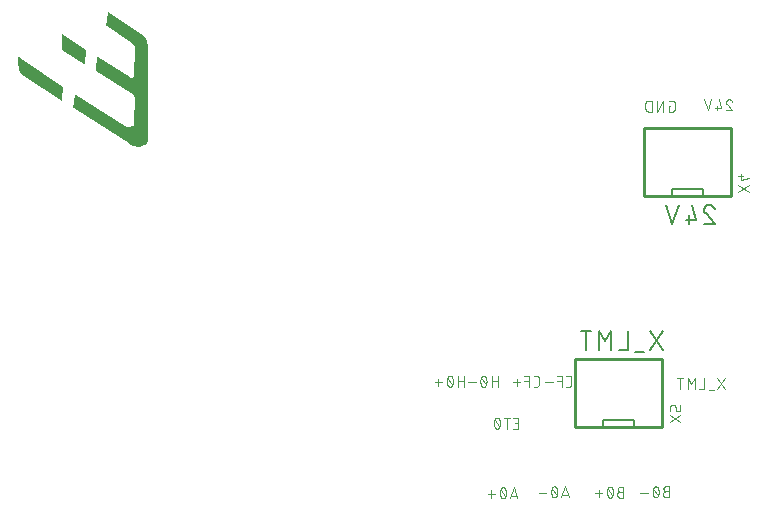
<source format=gbo>
G04 EAGLE Gerber RS-274X export*
G75*
%MOMM*%
%FSLAX34Y34*%
%LPD*%
%INSilkscreen Bottom*%
%IPPOS*%
%AMOC8*
5,1,8,0,0,1.08239X$1,22.5*%
G01*
%ADD10C,0.152400*%
%ADD11C,0.076200*%
%ADD12C,0.254000*%
%ADD13C,0.200000*%
%ADD14C,0.101600*%

G36*
X241588Y498340D02*
X241588Y498340D01*
X241616Y498348D01*
X241656Y498349D01*
X243478Y498765D01*
X243504Y498777D01*
X243543Y498786D01*
X245260Y499523D01*
X245263Y499525D01*
X245267Y499526D01*
X246230Y499962D01*
X246256Y499982D01*
X246300Y500003D01*
X247147Y500635D01*
X247169Y500661D01*
X247207Y500691D01*
X247899Y501490D01*
X247915Y501519D01*
X247946Y501557D01*
X248451Y502485D01*
X248460Y502518D01*
X248482Y502561D01*
X248777Y503576D01*
X248779Y503605D01*
X248791Y503709D01*
X248767Y504056D01*
X248771Y504082D01*
X248783Y504105D01*
X248782Y504140D01*
X248792Y504191D01*
X248538Y583435D01*
X248551Y584950D01*
X248545Y584974D01*
X248547Y585006D01*
X248336Y586507D01*
X248328Y586527D01*
X248327Y586546D01*
X248325Y586550D01*
X248324Y586562D01*
X247893Y588015D01*
X247881Y588036D01*
X247873Y588067D01*
X247233Y589441D01*
X247215Y589464D01*
X247198Y589500D01*
X246009Y591176D01*
X245989Y591194D01*
X245968Y591225D01*
X244515Y592678D01*
X244492Y592693D01*
X244466Y592719D01*
X242790Y593908D01*
X242784Y593910D01*
X242779Y593916D01*
X215347Y611950D01*
X215294Y611969D01*
X215245Y611997D01*
X215214Y611999D01*
X215184Y612009D01*
X215128Y612003D01*
X215072Y612006D01*
X215043Y611994D01*
X215012Y611991D01*
X214964Y611960D01*
X214912Y611938D01*
X214892Y611914D01*
X214866Y611898D01*
X214837Y611849D01*
X214800Y611806D01*
X214790Y611772D01*
X214776Y611749D01*
X214773Y611715D01*
X214759Y611667D01*
X213743Y600745D01*
X213750Y600701D01*
X213746Y600656D01*
X213761Y600616D01*
X213767Y600574D01*
X213792Y600536D01*
X213809Y600495D01*
X213845Y600459D01*
X213864Y600430D01*
X213887Y600417D01*
X213912Y600393D01*
X234979Y586433D01*
X236019Y585593D01*
X236872Y584586D01*
X237521Y583438D01*
X237944Y582188D01*
X238125Y580878D01*
X237365Y558329D01*
X237293Y557880D01*
X237122Y557486D01*
X236858Y557146D01*
X236518Y556882D01*
X236124Y556711D01*
X235693Y556642D01*
X235065Y556679D01*
X234448Y556833D01*
X233862Y557103D01*
X206706Y574361D01*
X206659Y574377D01*
X206617Y574402D01*
X206579Y574405D01*
X206542Y574418D01*
X206493Y574412D01*
X206444Y574416D01*
X206409Y574402D01*
X206370Y574397D01*
X206329Y574370D01*
X206284Y574351D01*
X206258Y574323D01*
X206226Y574301D01*
X206201Y574259D01*
X206168Y574222D01*
X206155Y574179D01*
X206139Y574152D01*
X206137Y574122D01*
X206124Y574084D01*
X204854Y563162D01*
X204860Y563110D01*
X204857Y563058D01*
X204870Y563025D01*
X204874Y562990D01*
X204902Y562946D01*
X204922Y562897D01*
X204952Y562869D01*
X204968Y562844D01*
X204995Y562828D01*
X205028Y562797D01*
X234478Y544010D01*
X235805Y543001D01*
X236935Y541801D01*
X237297Y541238D01*
X237536Y540617D01*
X237645Y539960D01*
X237618Y539257D01*
X237619Y539254D01*
X237618Y539251D01*
X237110Y518169D01*
X237110Y518168D01*
X237110Y518167D01*
X237099Y517564D01*
X236944Y517034D01*
X236655Y516564D01*
X236255Y516190D01*
X235220Y515680D01*
X235049Y515595D01*
X233740Y515186D01*
X232406Y514988D01*
X231337Y515124D01*
X230288Y515447D01*
X229296Y515951D01*
X187656Y542357D01*
X187609Y542373D01*
X187567Y542398D01*
X187529Y542401D01*
X187492Y542414D01*
X187443Y542408D01*
X187394Y542412D01*
X187359Y542397D01*
X187320Y542393D01*
X187279Y542366D01*
X187234Y542347D01*
X187208Y542318D01*
X187176Y542297D01*
X187151Y542255D01*
X187118Y542218D01*
X187104Y542175D01*
X187088Y542147D01*
X187086Y542118D01*
X187074Y542080D01*
X185804Y531158D01*
X185810Y531105D01*
X185807Y531052D01*
X185820Y531020D01*
X185824Y530986D01*
X185853Y530941D01*
X185873Y530892D01*
X185902Y530865D01*
X185918Y530840D01*
X185945Y530824D01*
X185978Y530793D01*
X232425Y501351D01*
X232649Y501127D01*
X232699Y501096D01*
X232744Y501058D01*
X232772Y501051D01*
X232796Y501036D01*
X232855Y501030D01*
X232890Y501021D01*
X234221Y500071D01*
X234240Y500063D01*
X234260Y500046D01*
X235899Y499150D01*
X235927Y499142D01*
X235962Y499122D01*
X237735Y498536D01*
X237765Y498533D01*
X237802Y498520D01*
X239653Y498263D01*
X239682Y498266D01*
X239722Y498260D01*
X241588Y498340D01*
G37*
G36*
X176038Y537347D02*
X176038Y537347D01*
X176097Y537345D01*
X176123Y537357D01*
X176151Y537360D01*
X176201Y537393D01*
X176255Y537417D01*
X176272Y537439D01*
X176296Y537455D01*
X176326Y537506D01*
X176364Y537552D01*
X176372Y537583D01*
X176385Y537604D01*
X176387Y537639D01*
X176401Y537692D01*
X177163Y548614D01*
X177157Y548654D01*
X177160Y548695D01*
X177143Y548738D01*
X177136Y548785D01*
X177112Y548818D01*
X177097Y548856D01*
X177056Y548896D01*
X177035Y548926D01*
X177015Y548936D01*
X176993Y548957D01*
X142713Y571557D01*
X139674Y573836D01*
X139597Y573870D01*
X139518Y573905D01*
X139517Y573905D01*
X139516Y573906D01*
X139431Y573902D01*
X139345Y573899D01*
X139344Y573898D01*
X139342Y573898D01*
X139267Y573856D01*
X139193Y573816D01*
X139192Y573815D01*
X139191Y573814D01*
X139141Y573742D01*
X139093Y573674D01*
X139093Y573673D01*
X139092Y573671D01*
X139090Y573659D01*
X139066Y573532D01*
X139066Y567690D01*
X139069Y567675D01*
X139067Y567657D01*
X139251Y565578D01*
X139260Y565551D01*
X139263Y565512D01*
X139300Y565376D01*
X139300Y565375D01*
X139403Y564995D01*
X139506Y564615D01*
X139609Y564235D01*
X139712Y563855D01*
X139809Y563498D01*
X139819Y563478D01*
X139820Y563474D01*
X139824Y563466D01*
X139832Y563435D01*
X140723Y561548D01*
X140741Y561525D01*
X140757Y561490D01*
X141966Y559789D01*
X141987Y559770D01*
X142009Y559738D01*
X143497Y558275D01*
X143525Y558258D01*
X143558Y558227D01*
X175816Y537399D01*
X175872Y537379D01*
X175924Y537351D01*
X175952Y537350D01*
X175979Y537340D01*
X176038Y537347D01*
G37*
G36*
X195079Y568334D02*
X195079Y568334D01*
X195132Y568330D01*
X195164Y568344D01*
X195198Y568347D01*
X195243Y568376D01*
X195292Y568396D01*
X195315Y568422D01*
X195344Y568440D01*
X195372Y568486D01*
X195407Y568526D01*
X195419Y568564D01*
X195434Y568589D01*
X195436Y568621D01*
X195450Y568664D01*
X196720Y580094D01*
X196714Y580144D01*
X196718Y580194D01*
X196704Y580229D01*
X196699Y580266D01*
X196672Y580308D01*
X196653Y580355D01*
X196621Y580385D01*
X196605Y580411D01*
X196579Y580426D01*
X196548Y580455D01*
X176482Y593409D01*
X176411Y593435D01*
X176341Y593465D01*
X176330Y593464D01*
X176319Y593468D01*
X176244Y593459D01*
X176168Y593455D01*
X176158Y593449D01*
X176147Y593448D01*
X176083Y593406D01*
X176017Y593369D01*
X176011Y593359D01*
X176002Y593353D01*
X175963Y593288D01*
X175920Y593225D01*
X175918Y593213D01*
X175913Y593204D01*
X175911Y593167D01*
X175896Y593082D01*
X176150Y580890D01*
X176156Y580867D01*
X176154Y580843D01*
X176177Y580784D01*
X176193Y580722D01*
X176209Y580704D01*
X176217Y580682D01*
X176283Y580618D01*
X176306Y580591D01*
X176314Y580588D01*
X176321Y580580D01*
X194863Y568388D01*
X194913Y568370D01*
X194959Y568343D01*
X194993Y568341D01*
X195026Y568329D01*
X195079Y568334D01*
G37*
D10*
X684530Y326390D02*
X673693Y342646D01*
X684530Y342646D02*
X673693Y326390D01*
X668656Y324584D02*
X661431Y324584D01*
X654940Y326390D02*
X654940Y342646D01*
X654940Y326390D02*
X647715Y326390D01*
X641284Y326390D02*
X641284Y342646D01*
X635865Y333615D01*
X630446Y342646D01*
X630446Y326390D01*
X619713Y326390D02*
X619713Y342646D01*
X624228Y342646D02*
X615197Y342646D01*
X719695Y445008D02*
X719697Y445133D01*
X719703Y445258D01*
X719712Y445383D01*
X719726Y445507D01*
X719743Y445631D01*
X719764Y445755D01*
X719789Y445877D01*
X719818Y445999D01*
X719850Y446120D01*
X719886Y446240D01*
X719926Y446359D01*
X719969Y446476D01*
X720016Y446592D01*
X720067Y446707D01*
X720121Y446819D01*
X720179Y446931D01*
X720239Y447040D01*
X720304Y447147D01*
X720371Y447253D01*
X720442Y447356D01*
X720516Y447457D01*
X720593Y447556D01*
X720673Y447652D01*
X720756Y447746D01*
X720841Y447837D01*
X720930Y447926D01*
X721021Y448011D01*
X721115Y448094D01*
X721211Y448174D01*
X721310Y448251D01*
X721411Y448325D01*
X721514Y448396D01*
X721620Y448463D01*
X721727Y448528D01*
X721836Y448588D01*
X721948Y448646D01*
X722060Y448700D01*
X722175Y448751D01*
X722291Y448798D01*
X722408Y448841D01*
X722527Y448881D01*
X722647Y448917D01*
X722768Y448949D01*
X722890Y448978D01*
X723012Y449003D01*
X723136Y449024D01*
X723260Y449041D01*
X723384Y449055D01*
X723509Y449064D01*
X723634Y449070D01*
X723759Y449072D01*
X723902Y449070D01*
X724044Y449064D01*
X724187Y449054D01*
X724329Y449041D01*
X724470Y449023D01*
X724612Y449002D01*
X724752Y448977D01*
X724892Y448948D01*
X725031Y448915D01*
X725169Y448878D01*
X725306Y448838D01*
X725441Y448794D01*
X725576Y448746D01*
X725709Y448694D01*
X725841Y448639D01*
X725971Y448580D01*
X726099Y448518D01*
X726226Y448452D01*
X726351Y448383D01*
X726474Y448311D01*
X726595Y448235D01*
X726713Y448156D01*
X726830Y448073D01*
X726944Y447988D01*
X727056Y447899D01*
X727165Y447808D01*
X727272Y447713D01*
X727377Y447616D01*
X727478Y447515D01*
X727577Y447412D01*
X727673Y447307D01*
X727766Y447198D01*
X727856Y447087D01*
X727943Y446974D01*
X728027Y446859D01*
X728107Y446741D01*
X728185Y446621D01*
X728259Y446499D01*
X728329Y446375D01*
X728397Y446249D01*
X728460Y446121D01*
X728521Y445992D01*
X728578Y445861D01*
X728631Y445729D01*
X728680Y445595D01*
X728726Y445460D01*
X721050Y441847D02*
X720956Y441939D01*
X720866Y442033D01*
X720778Y442130D01*
X720693Y442230D01*
X720611Y442332D01*
X720532Y442437D01*
X720457Y442544D01*
X720385Y442653D01*
X720316Y442764D01*
X720250Y442878D01*
X720188Y442993D01*
X720129Y443110D01*
X720074Y443229D01*
X720023Y443349D01*
X719975Y443471D01*
X719930Y443594D01*
X719890Y443718D01*
X719853Y443844D01*
X719820Y443971D01*
X719791Y444098D01*
X719765Y444227D01*
X719744Y444356D01*
X719726Y444486D01*
X719713Y444616D01*
X719703Y444746D01*
X719697Y444877D01*
X719695Y445008D01*
X721050Y441847D02*
X728726Y432816D01*
X719695Y432816D01*
X713095Y436428D02*
X709482Y449072D01*
X713095Y436428D02*
X704064Y436428D01*
X706773Y440041D02*
X706773Y432816D01*
X692948Y432816D02*
X698367Y449072D01*
X687529Y449072D02*
X692948Y432816D01*
D11*
X562483Y259461D02*
X558306Y259461D01*
X562483Y259461D02*
X562483Y268859D01*
X558306Y268859D01*
X559350Y264682D02*
X562483Y264682D01*
X552880Y268859D02*
X552880Y259461D01*
X555490Y268859D02*
X550269Y268859D01*
X546173Y267554D02*
X546252Y267387D01*
X546327Y267218D01*
X546398Y267047D01*
X546465Y266875D01*
X546527Y266701D01*
X546586Y266525D01*
X546640Y266349D01*
X546690Y266171D01*
X546736Y265991D01*
X546778Y265811D01*
X546815Y265630D01*
X546848Y265448D01*
X546877Y265266D01*
X546901Y265082D01*
X546921Y264898D01*
X546936Y264714D01*
X546947Y264530D01*
X546954Y264345D01*
X546956Y264160D01*
X546173Y267554D02*
X546143Y267634D01*
X546110Y267713D01*
X546073Y267790D01*
X546033Y267866D01*
X545990Y267940D01*
X545944Y268012D01*
X545894Y268081D01*
X545842Y268149D01*
X545786Y268214D01*
X545728Y268277D01*
X545666Y268336D01*
X545603Y268394D01*
X545536Y268448D01*
X545468Y268499D01*
X545397Y268547D01*
X545324Y268592D01*
X545250Y268634D01*
X545173Y268672D01*
X545095Y268707D01*
X545016Y268739D01*
X544935Y268767D01*
X544853Y268791D01*
X544769Y268812D01*
X544686Y268829D01*
X544601Y268842D01*
X544516Y268851D01*
X544431Y268857D01*
X544345Y268859D01*
X544259Y268857D01*
X544174Y268851D01*
X544089Y268842D01*
X544004Y268829D01*
X543921Y268812D01*
X543837Y268791D01*
X543755Y268767D01*
X543675Y268739D01*
X543595Y268707D01*
X543517Y268672D01*
X543440Y268634D01*
X543366Y268592D01*
X543293Y268547D01*
X543222Y268499D01*
X543154Y268448D01*
X543087Y268394D01*
X543024Y268336D01*
X542963Y268277D01*
X542904Y268214D01*
X542849Y268149D01*
X542796Y268081D01*
X542746Y268012D01*
X542700Y267940D01*
X542657Y267866D01*
X542617Y267790D01*
X542580Y267713D01*
X542547Y267634D01*
X542517Y267554D01*
X542438Y267387D01*
X542363Y267218D01*
X542292Y267047D01*
X542225Y266875D01*
X542163Y266701D01*
X542104Y266525D01*
X542050Y266349D01*
X542000Y266171D01*
X541954Y265991D01*
X541912Y265811D01*
X541875Y265630D01*
X541842Y265448D01*
X541813Y265266D01*
X541789Y265082D01*
X541769Y264898D01*
X541754Y264714D01*
X541743Y264530D01*
X541736Y264345D01*
X541734Y264160D01*
X546956Y264160D02*
X546954Y263975D01*
X546947Y263790D01*
X546936Y263606D01*
X546921Y263422D01*
X546901Y263238D01*
X546877Y263054D01*
X546848Y262872D01*
X546815Y262690D01*
X546778Y262509D01*
X546736Y262329D01*
X546690Y262149D01*
X546640Y261971D01*
X546586Y261795D01*
X546527Y261619D01*
X546465Y261445D01*
X546398Y261273D01*
X546327Y261102D01*
X546252Y260933D01*
X546173Y260766D01*
X546143Y260686D01*
X546110Y260607D01*
X546073Y260530D01*
X546033Y260454D01*
X545990Y260380D01*
X545944Y260308D01*
X545894Y260239D01*
X545841Y260171D01*
X545786Y260106D01*
X545727Y260043D01*
X545666Y259984D01*
X545603Y259926D01*
X545536Y259872D01*
X545468Y259821D01*
X545397Y259773D01*
X545324Y259728D01*
X545250Y259686D01*
X545173Y259648D01*
X545095Y259613D01*
X545016Y259581D01*
X544935Y259553D01*
X544853Y259529D01*
X544769Y259508D01*
X544686Y259491D01*
X544601Y259478D01*
X544516Y259469D01*
X544431Y259463D01*
X544345Y259461D01*
X542518Y260766D02*
X542439Y260933D01*
X542364Y261102D01*
X542293Y261273D01*
X542226Y261445D01*
X542164Y261619D01*
X542105Y261795D01*
X542051Y261971D01*
X542001Y262149D01*
X541955Y262329D01*
X541913Y262509D01*
X541876Y262690D01*
X541843Y262872D01*
X541814Y263054D01*
X541790Y263238D01*
X541770Y263422D01*
X541755Y263606D01*
X541744Y263790D01*
X541737Y263975D01*
X541735Y264160D01*
X542517Y260766D02*
X542547Y260686D01*
X542580Y260607D01*
X542617Y260530D01*
X542657Y260454D01*
X542700Y260380D01*
X542746Y260308D01*
X542796Y260239D01*
X542849Y260171D01*
X542904Y260106D01*
X542963Y260043D01*
X543024Y259984D01*
X543087Y259926D01*
X543154Y259872D01*
X543222Y259821D01*
X543293Y259773D01*
X543366Y259728D01*
X543440Y259686D01*
X543517Y259648D01*
X543595Y259613D01*
X543675Y259581D01*
X543755Y259553D01*
X543837Y259529D01*
X543921Y259508D01*
X544004Y259491D01*
X544089Y259478D01*
X544174Y259469D01*
X544259Y259463D01*
X544345Y259461D01*
X546434Y261549D02*
X542257Y266771D01*
X516509Y295021D02*
X516509Y304419D01*
X516509Y300242D02*
X511288Y300242D01*
X511288Y304419D02*
X511288Y295021D01*
X507061Y299720D02*
X507059Y299905D01*
X507052Y300090D01*
X507041Y300274D01*
X507026Y300458D01*
X507006Y300642D01*
X506982Y300826D01*
X506953Y301008D01*
X506920Y301190D01*
X506883Y301371D01*
X506841Y301551D01*
X506795Y301731D01*
X506745Y301909D01*
X506691Y302085D01*
X506632Y302261D01*
X506570Y302435D01*
X506503Y302607D01*
X506432Y302778D01*
X506357Y302947D01*
X506278Y303114D01*
X506248Y303194D01*
X506215Y303273D01*
X506178Y303350D01*
X506138Y303426D01*
X506095Y303500D01*
X506049Y303572D01*
X505999Y303641D01*
X505947Y303709D01*
X505891Y303774D01*
X505833Y303837D01*
X505771Y303896D01*
X505708Y303954D01*
X505641Y304008D01*
X505573Y304059D01*
X505502Y304107D01*
X505429Y304152D01*
X505355Y304194D01*
X505278Y304232D01*
X505200Y304267D01*
X505121Y304299D01*
X505040Y304327D01*
X504958Y304351D01*
X504874Y304372D01*
X504791Y304389D01*
X504706Y304402D01*
X504621Y304411D01*
X504536Y304417D01*
X504450Y304419D01*
X504364Y304417D01*
X504279Y304411D01*
X504194Y304402D01*
X504109Y304389D01*
X504026Y304372D01*
X503942Y304351D01*
X503860Y304327D01*
X503780Y304299D01*
X503700Y304267D01*
X503622Y304232D01*
X503545Y304194D01*
X503471Y304152D01*
X503398Y304107D01*
X503327Y304059D01*
X503259Y304008D01*
X503192Y303954D01*
X503129Y303896D01*
X503068Y303837D01*
X503009Y303774D01*
X502954Y303709D01*
X502901Y303641D01*
X502851Y303572D01*
X502805Y303500D01*
X502762Y303426D01*
X502722Y303350D01*
X502685Y303273D01*
X502652Y303194D01*
X502622Y303114D01*
X502543Y302947D01*
X502468Y302778D01*
X502397Y302607D01*
X502330Y302435D01*
X502268Y302261D01*
X502209Y302085D01*
X502155Y301909D01*
X502105Y301731D01*
X502059Y301551D01*
X502017Y301371D01*
X501980Y301190D01*
X501947Y301008D01*
X501918Y300826D01*
X501894Y300642D01*
X501874Y300458D01*
X501859Y300274D01*
X501848Y300090D01*
X501841Y299905D01*
X501839Y299720D01*
X507060Y299720D02*
X507058Y299535D01*
X507051Y299350D01*
X507040Y299166D01*
X507025Y298982D01*
X507005Y298798D01*
X506981Y298614D01*
X506952Y298432D01*
X506919Y298250D01*
X506882Y298069D01*
X506840Y297889D01*
X506794Y297709D01*
X506744Y297531D01*
X506690Y297355D01*
X506631Y297179D01*
X506569Y297005D01*
X506502Y296833D01*
X506431Y296662D01*
X506356Y296493D01*
X506277Y296326D01*
X506278Y296326D02*
X506248Y296246D01*
X506215Y296167D01*
X506178Y296090D01*
X506138Y296014D01*
X506095Y295940D01*
X506049Y295868D01*
X505999Y295799D01*
X505946Y295731D01*
X505891Y295666D01*
X505832Y295603D01*
X505771Y295544D01*
X505708Y295486D01*
X505641Y295432D01*
X505573Y295381D01*
X505502Y295333D01*
X505429Y295288D01*
X505355Y295246D01*
X505278Y295208D01*
X505200Y295173D01*
X505121Y295141D01*
X505040Y295113D01*
X504958Y295089D01*
X504874Y295068D01*
X504791Y295051D01*
X504706Y295038D01*
X504621Y295029D01*
X504536Y295023D01*
X504450Y295021D01*
X502622Y296326D02*
X502543Y296493D01*
X502468Y296662D01*
X502397Y296833D01*
X502330Y297005D01*
X502268Y297179D01*
X502209Y297355D01*
X502155Y297531D01*
X502105Y297709D01*
X502059Y297889D01*
X502017Y298069D01*
X501980Y298250D01*
X501947Y298432D01*
X501918Y298614D01*
X501894Y298798D01*
X501874Y298982D01*
X501859Y299166D01*
X501848Y299350D01*
X501841Y299535D01*
X501839Y299720D01*
X502622Y296326D02*
X502652Y296246D01*
X502685Y296167D01*
X502722Y296090D01*
X502762Y296014D01*
X502805Y295940D01*
X502851Y295868D01*
X502901Y295799D01*
X502954Y295731D01*
X503009Y295666D01*
X503068Y295603D01*
X503129Y295544D01*
X503192Y295486D01*
X503259Y295432D01*
X503327Y295381D01*
X503398Y295333D01*
X503471Y295288D01*
X503545Y295246D01*
X503622Y295208D01*
X503700Y295173D01*
X503780Y295141D01*
X503860Y295113D01*
X503942Y295089D01*
X504026Y295068D01*
X504109Y295051D01*
X504194Y295038D01*
X504279Y295029D01*
X504364Y295023D01*
X504450Y295021D01*
X506538Y297109D02*
X502361Y302331D01*
X497829Y298676D02*
X491563Y298676D01*
X494696Y295543D02*
X494696Y301808D01*
X544957Y304419D02*
X544957Y295021D01*
X544957Y300242D02*
X539736Y300242D01*
X539736Y304419D02*
X539736Y295021D01*
X535509Y299720D02*
X535507Y299905D01*
X535500Y300090D01*
X535489Y300274D01*
X535474Y300458D01*
X535454Y300642D01*
X535430Y300826D01*
X535401Y301008D01*
X535368Y301190D01*
X535331Y301371D01*
X535289Y301551D01*
X535243Y301731D01*
X535193Y301909D01*
X535139Y302085D01*
X535080Y302261D01*
X535018Y302435D01*
X534951Y302607D01*
X534880Y302778D01*
X534805Y302947D01*
X534726Y303114D01*
X534696Y303194D01*
X534663Y303273D01*
X534626Y303350D01*
X534586Y303426D01*
X534543Y303500D01*
X534497Y303572D01*
X534447Y303641D01*
X534395Y303709D01*
X534339Y303774D01*
X534281Y303837D01*
X534219Y303896D01*
X534156Y303954D01*
X534089Y304008D01*
X534021Y304059D01*
X533950Y304107D01*
X533877Y304152D01*
X533803Y304194D01*
X533726Y304232D01*
X533648Y304267D01*
X533569Y304299D01*
X533488Y304327D01*
X533406Y304351D01*
X533322Y304372D01*
X533239Y304389D01*
X533154Y304402D01*
X533069Y304411D01*
X532984Y304417D01*
X532898Y304419D01*
X532812Y304417D01*
X532727Y304411D01*
X532642Y304402D01*
X532557Y304389D01*
X532474Y304372D01*
X532390Y304351D01*
X532308Y304327D01*
X532228Y304299D01*
X532148Y304267D01*
X532070Y304232D01*
X531993Y304194D01*
X531919Y304152D01*
X531846Y304107D01*
X531775Y304059D01*
X531707Y304008D01*
X531640Y303954D01*
X531577Y303896D01*
X531516Y303837D01*
X531457Y303774D01*
X531402Y303709D01*
X531349Y303641D01*
X531299Y303572D01*
X531253Y303500D01*
X531210Y303426D01*
X531170Y303350D01*
X531133Y303273D01*
X531100Y303194D01*
X531070Y303114D01*
X530991Y302947D01*
X530916Y302778D01*
X530845Y302607D01*
X530778Y302435D01*
X530716Y302261D01*
X530657Y302085D01*
X530603Y301909D01*
X530553Y301731D01*
X530507Y301551D01*
X530465Y301371D01*
X530428Y301190D01*
X530395Y301008D01*
X530366Y300826D01*
X530342Y300642D01*
X530322Y300458D01*
X530307Y300274D01*
X530296Y300090D01*
X530289Y299905D01*
X530287Y299720D01*
X535508Y299720D02*
X535506Y299535D01*
X535499Y299350D01*
X535488Y299166D01*
X535473Y298982D01*
X535453Y298798D01*
X535429Y298614D01*
X535400Y298432D01*
X535367Y298250D01*
X535330Y298069D01*
X535288Y297889D01*
X535242Y297709D01*
X535192Y297531D01*
X535138Y297355D01*
X535079Y297179D01*
X535017Y297005D01*
X534950Y296833D01*
X534879Y296662D01*
X534804Y296493D01*
X534725Y296326D01*
X534726Y296326D02*
X534696Y296246D01*
X534663Y296167D01*
X534626Y296090D01*
X534586Y296014D01*
X534543Y295940D01*
X534497Y295868D01*
X534447Y295799D01*
X534394Y295731D01*
X534339Y295666D01*
X534280Y295603D01*
X534219Y295544D01*
X534156Y295486D01*
X534089Y295432D01*
X534021Y295381D01*
X533950Y295333D01*
X533877Y295288D01*
X533803Y295246D01*
X533726Y295208D01*
X533648Y295173D01*
X533569Y295141D01*
X533488Y295113D01*
X533406Y295089D01*
X533322Y295068D01*
X533239Y295051D01*
X533154Y295038D01*
X533069Y295029D01*
X532984Y295023D01*
X532898Y295021D01*
X531070Y296326D02*
X530991Y296493D01*
X530916Y296662D01*
X530845Y296833D01*
X530778Y297005D01*
X530716Y297179D01*
X530657Y297355D01*
X530603Y297531D01*
X530553Y297709D01*
X530507Y297889D01*
X530465Y298069D01*
X530428Y298250D01*
X530395Y298432D01*
X530366Y298614D01*
X530342Y298798D01*
X530322Y298982D01*
X530307Y299166D01*
X530296Y299350D01*
X530289Y299535D01*
X530287Y299720D01*
X531070Y296326D02*
X531100Y296246D01*
X531133Y296167D01*
X531170Y296090D01*
X531210Y296014D01*
X531253Y295940D01*
X531299Y295868D01*
X531349Y295799D01*
X531402Y295731D01*
X531457Y295666D01*
X531516Y295603D01*
X531577Y295544D01*
X531640Y295486D01*
X531707Y295432D01*
X531775Y295381D01*
X531846Y295333D01*
X531919Y295288D01*
X531993Y295246D01*
X532070Y295208D01*
X532148Y295173D01*
X532228Y295141D01*
X532308Y295113D01*
X532390Y295089D01*
X532474Y295068D01*
X532557Y295051D01*
X532642Y295038D01*
X532727Y295029D01*
X532812Y295023D01*
X532898Y295021D01*
X534986Y297109D02*
X530809Y302331D01*
X526277Y298676D02*
X520011Y298676D01*
X575578Y295021D02*
X577667Y295021D01*
X577756Y295023D01*
X577844Y295029D01*
X577932Y295038D01*
X578020Y295051D01*
X578107Y295068D01*
X578193Y295088D01*
X578278Y295113D01*
X578363Y295140D01*
X578446Y295172D01*
X578527Y295206D01*
X578607Y295245D01*
X578685Y295286D01*
X578762Y295331D01*
X578836Y295379D01*
X578909Y295430D01*
X578979Y295484D01*
X579046Y295542D01*
X579112Y295602D01*
X579174Y295664D01*
X579234Y295730D01*
X579292Y295797D01*
X579346Y295867D01*
X579397Y295940D01*
X579445Y296014D01*
X579490Y296091D01*
X579531Y296169D01*
X579570Y296249D01*
X579604Y296330D01*
X579636Y296413D01*
X579663Y296498D01*
X579688Y296583D01*
X579708Y296669D01*
X579725Y296756D01*
X579738Y296844D01*
X579747Y296932D01*
X579753Y297020D01*
X579755Y297109D01*
X579755Y302331D01*
X579753Y302420D01*
X579747Y302508D01*
X579738Y302596D01*
X579725Y302684D01*
X579708Y302771D01*
X579688Y302857D01*
X579663Y302942D01*
X579636Y303027D01*
X579604Y303110D01*
X579570Y303191D01*
X579531Y303271D01*
X579490Y303349D01*
X579445Y303426D01*
X579397Y303500D01*
X579346Y303573D01*
X579292Y303643D01*
X579234Y303710D01*
X579174Y303776D01*
X579112Y303838D01*
X579046Y303898D01*
X578979Y303956D01*
X578909Y304010D01*
X578836Y304061D01*
X578762Y304109D01*
X578685Y304154D01*
X578607Y304195D01*
X578527Y304234D01*
X578446Y304268D01*
X578363Y304300D01*
X578278Y304327D01*
X578193Y304352D01*
X578107Y304372D01*
X578020Y304389D01*
X577932Y304402D01*
X577844Y304411D01*
X577756Y304417D01*
X577667Y304419D01*
X575578Y304419D01*
X571787Y304419D02*
X571787Y295021D01*
X571787Y304419D02*
X567610Y304419D01*
X567610Y300242D02*
X571787Y300242D01*
X564097Y298676D02*
X557832Y298676D01*
X560964Y301808D02*
X560964Y295543D01*
X603010Y295021D02*
X605099Y295021D01*
X605188Y295023D01*
X605276Y295029D01*
X605364Y295038D01*
X605452Y295051D01*
X605539Y295068D01*
X605625Y295088D01*
X605710Y295113D01*
X605795Y295140D01*
X605878Y295172D01*
X605959Y295206D01*
X606039Y295245D01*
X606117Y295286D01*
X606194Y295331D01*
X606268Y295379D01*
X606341Y295430D01*
X606411Y295484D01*
X606478Y295542D01*
X606544Y295602D01*
X606606Y295664D01*
X606666Y295730D01*
X606724Y295797D01*
X606778Y295867D01*
X606829Y295940D01*
X606877Y296014D01*
X606922Y296091D01*
X606963Y296169D01*
X607002Y296249D01*
X607036Y296330D01*
X607068Y296413D01*
X607095Y296498D01*
X607120Y296583D01*
X607140Y296669D01*
X607157Y296756D01*
X607170Y296844D01*
X607179Y296932D01*
X607185Y297020D01*
X607187Y297109D01*
X607187Y302331D01*
X607185Y302420D01*
X607179Y302508D01*
X607170Y302596D01*
X607157Y302684D01*
X607140Y302771D01*
X607120Y302857D01*
X607095Y302942D01*
X607068Y303027D01*
X607036Y303110D01*
X607002Y303191D01*
X606963Y303271D01*
X606922Y303349D01*
X606877Y303426D01*
X606829Y303500D01*
X606778Y303573D01*
X606724Y303643D01*
X606666Y303710D01*
X606606Y303776D01*
X606544Y303838D01*
X606478Y303898D01*
X606411Y303956D01*
X606341Y304010D01*
X606268Y304061D01*
X606194Y304109D01*
X606117Y304154D01*
X606039Y304195D01*
X605959Y304234D01*
X605878Y304268D01*
X605795Y304300D01*
X605710Y304327D01*
X605625Y304352D01*
X605539Y304372D01*
X605452Y304389D01*
X605364Y304402D01*
X605276Y304411D01*
X605188Y304417D01*
X605099Y304419D01*
X603010Y304419D01*
X599219Y304419D02*
X599219Y295021D01*
X599219Y304419D02*
X595042Y304419D01*
X595042Y300242D02*
X599219Y300242D01*
X591529Y298676D02*
X585264Y298676D01*
X558588Y209931D02*
X561721Y200533D01*
X555456Y200533D02*
X558588Y209931D01*
X556239Y202883D02*
X560938Y202883D01*
X552055Y205232D02*
X552053Y205417D01*
X552046Y205602D01*
X552035Y205786D01*
X552020Y205970D01*
X552000Y206154D01*
X551976Y206338D01*
X551947Y206520D01*
X551914Y206702D01*
X551877Y206883D01*
X551835Y207063D01*
X551789Y207243D01*
X551739Y207421D01*
X551685Y207597D01*
X551626Y207773D01*
X551564Y207947D01*
X551497Y208119D01*
X551426Y208290D01*
X551351Y208459D01*
X551272Y208626D01*
X551242Y208706D01*
X551209Y208785D01*
X551172Y208862D01*
X551132Y208938D01*
X551089Y209012D01*
X551043Y209084D01*
X550993Y209153D01*
X550941Y209221D01*
X550885Y209286D01*
X550827Y209349D01*
X550765Y209408D01*
X550702Y209466D01*
X550635Y209520D01*
X550567Y209571D01*
X550496Y209619D01*
X550423Y209664D01*
X550349Y209706D01*
X550272Y209744D01*
X550194Y209779D01*
X550115Y209811D01*
X550034Y209839D01*
X549952Y209863D01*
X549868Y209884D01*
X549785Y209901D01*
X549700Y209914D01*
X549615Y209923D01*
X549530Y209929D01*
X549444Y209931D01*
X549358Y209929D01*
X549273Y209923D01*
X549188Y209914D01*
X549103Y209901D01*
X549020Y209884D01*
X548936Y209863D01*
X548854Y209839D01*
X548774Y209811D01*
X548694Y209779D01*
X548616Y209744D01*
X548539Y209706D01*
X548465Y209664D01*
X548392Y209619D01*
X548321Y209571D01*
X548253Y209520D01*
X548186Y209466D01*
X548123Y209408D01*
X548062Y209349D01*
X548003Y209286D01*
X547948Y209221D01*
X547895Y209153D01*
X547845Y209084D01*
X547799Y209012D01*
X547756Y208938D01*
X547716Y208862D01*
X547679Y208785D01*
X547646Y208706D01*
X547616Y208626D01*
X547617Y208626D02*
X547538Y208459D01*
X547463Y208290D01*
X547392Y208119D01*
X547325Y207947D01*
X547263Y207773D01*
X547204Y207597D01*
X547150Y207421D01*
X547100Y207243D01*
X547054Y207063D01*
X547012Y206883D01*
X546975Y206702D01*
X546942Y206520D01*
X546913Y206338D01*
X546889Y206154D01*
X546869Y205970D01*
X546854Y205786D01*
X546843Y205602D01*
X546836Y205417D01*
X546834Y205232D01*
X552055Y205232D02*
X552053Y205047D01*
X552046Y204862D01*
X552035Y204678D01*
X552020Y204494D01*
X552000Y204310D01*
X551976Y204126D01*
X551947Y203944D01*
X551914Y203762D01*
X551877Y203581D01*
X551835Y203401D01*
X551789Y203221D01*
X551739Y203043D01*
X551685Y202867D01*
X551626Y202691D01*
X551564Y202517D01*
X551497Y202345D01*
X551426Y202174D01*
X551351Y202005D01*
X551272Y201838D01*
X551242Y201758D01*
X551209Y201679D01*
X551172Y201602D01*
X551132Y201526D01*
X551089Y201452D01*
X551043Y201380D01*
X550993Y201311D01*
X550940Y201243D01*
X550885Y201178D01*
X550826Y201115D01*
X550765Y201056D01*
X550702Y200998D01*
X550635Y200944D01*
X550567Y200893D01*
X550496Y200845D01*
X550423Y200800D01*
X550349Y200758D01*
X550272Y200720D01*
X550194Y200685D01*
X550115Y200653D01*
X550034Y200625D01*
X549952Y200601D01*
X549868Y200580D01*
X549785Y200563D01*
X549700Y200550D01*
X549615Y200541D01*
X549530Y200535D01*
X549444Y200533D01*
X547617Y201838D02*
X547538Y202005D01*
X547463Y202174D01*
X547392Y202345D01*
X547325Y202517D01*
X547263Y202691D01*
X547204Y202867D01*
X547150Y203043D01*
X547100Y203221D01*
X547054Y203401D01*
X547012Y203581D01*
X546975Y203762D01*
X546942Y203944D01*
X546913Y204126D01*
X546889Y204310D01*
X546869Y204494D01*
X546854Y204678D01*
X546843Y204862D01*
X546836Y205047D01*
X546834Y205232D01*
X547616Y201838D02*
X547646Y201758D01*
X547679Y201679D01*
X547716Y201602D01*
X547756Y201526D01*
X547799Y201452D01*
X547845Y201380D01*
X547895Y201311D01*
X547948Y201243D01*
X548003Y201178D01*
X548062Y201115D01*
X548123Y201056D01*
X548186Y200998D01*
X548253Y200944D01*
X548321Y200893D01*
X548392Y200845D01*
X548465Y200800D01*
X548539Y200758D01*
X548616Y200720D01*
X548694Y200685D01*
X548774Y200653D01*
X548854Y200625D01*
X548936Y200601D01*
X549020Y200580D01*
X549103Y200563D01*
X549188Y200550D01*
X549273Y200541D01*
X549358Y200535D01*
X549444Y200533D01*
X551533Y202621D02*
X547356Y207843D01*
X542823Y204188D02*
X536558Y204188D01*
X539691Y201055D02*
X539691Y207320D01*
X602022Y210693D02*
X605155Y201295D01*
X598890Y201295D02*
X602022Y210693D01*
X599673Y203645D02*
X604372Y203645D01*
X595489Y205994D02*
X595487Y206179D01*
X595480Y206364D01*
X595469Y206548D01*
X595454Y206732D01*
X595434Y206916D01*
X595410Y207100D01*
X595381Y207282D01*
X595348Y207464D01*
X595311Y207645D01*
X595269Y207825D01*
X595223Y208005D01*
X595173Y208183D01*
X595119Y208359D01*
X595060Y208535D01*
X594998Y208709D01*
X594931Y208881D01*
X594860Y209052D01*
X594785Y209221D01*
X594706Y209388D01*
X594676Y209468D01*
X594643Y209547D01*
X594606Y209624D01*
X594566Y209700D01*
X594523Y209774D01*
X594477Y209846D01*
X594427Y209915D01*
X594375Y209983D01*
X594319Y210048D01*
X594261Y210111D01*
X594199Y210170D01*
X594136Y210228D01*
X594069Y210282D01*
X594001Y210333D01*
X593930Y210381D01*
X593857Y210426D01*
X593783Y210468D01*
X593706Y210506D01*
X593628Y210541D01*
X593549Y210573D01*
X593468Y210601D01*
X593386Y210625D01*
X593302Y210646D01*
X593219Y210663D01*
X593134Y210676D01*
X593049Y210685D01*
X592964Y210691D01*
X592878Y210693D01*
X592792Y210691D01*
X592707Y210685D01*
X592622Y210676D01*
X592537Y210663D01*
X592454Y210646D01*
X592370Y210625D01*
X592288Y210601D01*
X592208Y210573D01*
X592128Y210541D01*
X592050Y210506D01*
X591973Y210468D01*
X591899Y210426D01*
X591826Y210381D01*
X591755Y210333D01*
X591687Y210282D01*
X591620Y210228D01*
X591557Y210170D01*
X591496Y210111D01*
X591437Y210048D01*
X591382Y209983D01*
X591329Y209915D01*
X591279Y209846D01*
X591233Y209774D01*
X591190Y209700D01*
X591150Y209624D01*
X591113Y209547D01*
X591080Y209468D01*
X591050Y209388D01*
X591051Y209388D02*
X590972Y209221D01*
X590897Y209052D01*
X590826Y208881D01*
X590759Y208709D01*
X590697Y208535D01*
X590638Y208359D01*
X590584Y208183D01*
X590534Y208005D01*
X590488Y207825D01*
X590446Y207645D01*
X590409Y207464D01*
X590376Y207282D01*
X590347Y207100D01*
X590323Y206916D01*
X590303Y206732D01*
X590288Y206548D01*
X590277Y206364D01*
X590270Y206179D01*
X590268Y205994D01*
X595489Y205994D02*
X595487Y205809D01*
X595480Y205624D01*
X595469Y205440D01*
X595454Y205256D01*
X595434Y205072D01*
X595410Y204888D01*
X595381Y204706D01*
X595348Y204524D01*
X595311Y204343D01*
X595269Y204163D01*
X595223Y203983D01*
X595173Y203805D01*
X595119Y203629D01*
X595060Y203453D01*
X594998Y203279D01*
X594931Y203107D01*
X594860Y202936D01*
X594785Y202767D01*
X594706Y202600D01*
X594676Y202520D01*
X594643Y202441D01*
X594606Y202364D01*
X594566Y202288D01*
X594523Y202214D01*
X594477Y202142D01*
X594427Y202073D01*
X594374Y202005D01*
X594319Y201940D01*
X594260Y201877D01*
X594199Y201818D01*
X594136Y201760D01*
X594069Y201706D01*
X594001Y201655D01*
X593930Y201607D01*
X593857Y201562D01*
X593783Y201520D01*
X593706Y201482D01*
X593628Y201447D01*
X593549Y201415D01*
X593468Y201387D01*
X593386Y201363D01*
X593302Y201342D01*
X593219Y201325D01*
X593134Y201312D01*
X593049Y201303D01*
X592964Y201297D01*
X592878Y201295D01*
X591051Y202600D02*
X590972Y202767D01*
X590897Y202936D01*
X590826Y203107D01*
X590759Y203279D01*
X590697Y203453D01*
X590638Y203629D01*
X590584Y203805D01*
X590534Y203983D01*
X590488Y204163D01*
X590446Y204343D01*
X590409Y204524D01*
X590376Y204706D01*
X590347Y204888D01*
X590323Y205072D01*
X590303Y205256D01*
X590288Y205440D01*
X590277Y205624D01*
X590270Y205809D01*
X590268Y205994D01*
X591050Y202600D02*
X591080Y202520D01*
X591113Y202441D01*
X591150Y202364D01*
X591190Y202288D01*
X591233Y202214D01*
X591279Y202142D01*
X591329Y202073D01*
X591382Y202005D01*
X591437Y201940D01*
X591496Y201877D01*
X591557Y201818D01*
X591620Y201760D01*
X591687Y201706D01*
X591755Y201655D01*
X591826Y201607D01*
X591899Y201562D01*
X591973Y201520D01*
X592050Y201482D01*
X592128Y201447D01*
X592208Y201415D01*
X592288Y201387D01*
X592370Y201363D01*
X592454Y201342D01*
X592537Y201325D01*
X592622Y201312D01*
X592707Y201303D01*
X592792Y201297D01*
X592878Y201295D01*
X594967Y203383D02*
X590790Y208605D01*
X586257Y204950D02*
X579992Y204950D01*
X648772Y206262D02*
X651383Y206262D01*
X648772Y206263D02*
X648671Y206261D01*
X648570Y206255D01*
X648469Y206245D01*
X648369Y206232D01*
X648269Y206214D01*
X648170Y206193D01*
X648072Y206167D01*
X647975Y206138D01*
X647879Y206106D01*
X647785Y206069D01*
X647692Y206029D01*
X647600Y205985D01*
X647511Y205938D01*
X647423Y205887D01*
X647337Y205833D01*
X647254Y205776D01*
X647172Y205716D01*
X647094Y205652D01*
X647017Y205586D01*
X646944Y205516D01*
X646873Y205444D01*
X646805Y205369D01*
X646740Y205291D01*
X646678Y205211D01*
X646619Y205129D01*
X646563Y205044D01*
X646511Y204958D01*
X646462Y204869D01*
X646416Y204778D01*
X646375Y204686D01*
X646336Y204592D01*
X646302Y204497D01*
X646271Y204401D01*
X646244Y204303D01*
X646220Y204205D01*
X646201Y204105D01*
X646185Y204005D01*
X646173Y203905D01*
X646165Y203804D01*
X646161Y203703D01*
X646161Y203601D01*
X646165Y203500D01*
X646173Y203399D01*
X646185Y203299D01*
X646201Y203199D01*
X646220Y203099D01*
X646244Y203001D01*
X646271Y202903D01*
X646302Y202807D01*
X646336Y202712D01*
X646375Y202618D01*
X646416Y202526D01*
X646462Y202435D01*
X646511Y202347D01*
X646563Y202260D01*
X646619Y202175D01*
X646678Y202093D01*
X646740Y202013D01*
X646805Y201935D01*
X646873Y201860D01*
X646944Y201788D01*
X647017Y201718D01*
X647094Y201652D01*
X647172Y201588D01*
X647254Y201528D01*
X647337Y201471D01*
X647423Y201417D01*
X647511Y201366D01*
X647600Y201319D01*
X647692Y201275D01*
X647785Y201235D01*
X647879Y201198D01*
X647975Y201166D01*
X648072Y201137D01*
X648170Y201111D01*
X648269Y201090D01*
X648369Y201072D01*
X648469Y201059D01*
X648570Y201049D01*
X648671Y201043D01*
X648772Y201041D01*
X651383Y201041D01*
X651383Y210439D01*
X648772Y210439D01*
X648682Y210437D01*
X648593Y210431D01*
X648503Y210422D01*
X648414Y210408D01*
X648326Y210391D01*
X648239Y210370D01*
X648152Y210345D01*
X648067Y210316D01*
X647983Y210284D01*
X647901Y210249D01*
X647820Y210209D01*
X647741Y210167D01*
X647664Y210121D01*
X647589Y210071D01*
X647516Y210019D01*
X647445Y209963D01*
X647377Y209905D01*
X647312Y209843D01*
X647249Y209779D01*
X647189Y209712D01*
X647132Y209643D01*
X647078Y209571D01*
X647027Y209497D01*
X646979Y209421D01*
X646935Y209343D01*
X646894Y209263D01*
X646856Y209181D01*
X646822Y209098D01*
X646792Y209013D01*
X646765Y208927D01*
X646742Y208841D01*
X646723Y208753D01*
X646708Y208664D01*
X646696Y208575D01*
X646688Y208486D01*
X646684Y208396D01*
X646684Y208306D01*
X646688Y208216D01*
X646696Y208127D01*
X646708Y208038D01*
X646723Y207949D01*
X646742Y207861D01*
X646765Y207775D01*
X646792Y207689D01*
X646822Y207604D01*
X646856Y207521D01*
X646894Y207439D01*
X646935Y207359D01*
X646979Y207281D01*
X647027Y207205D01*
X647078Y207131D01*
X647132Y207059D01*
X647189Y206990D01*
X647249Y206923D01*
X647312Y206859D01*
X647377Y206797D01*
X647445Y206739D01*
X647516Y206683D01*
X647589Y206631D01*
X647664Y206581D01*
X647741Y206535D01*
X647820Y206493D01*
X647901Y206453D01*
X647983Y206418D01*
X648067Y206386D01*
X648152Y206357D01*
X648239Y206332D01*
X648326Y206311D01*
X648414Y206294D01*
X648503Y206280D01*
X648593Y206271D01*
X648682Y206265D01*
X648772Y206263D01*
X642675Y205740D02*
X642673Y205925D01*
X642666Y206110D01*
X642655Y206294D01*
X642640Y206478D01*
X642620Y206662D01*
X642596Y206846D01*
X642567Y207028D01*
X642534Y207210D01*
X642497Y207391D01*
X642455Y207571D01*
X642409Y207751D01*
X642359Y207929D01*
X642305Y208105D01*
X642246Y208281D01*
X642184Y208455D01*
X642117Y208627D01*
X642046Y208798D01*
X641971Y208967D01*
X641892Y209134D01*
X641893Y209134D02*
X641863Y209214D01*
X641830Y209293D01*
X641793Y209370D01*
X641753Y209446D01*
X641710Y209520D01*
X641664Y209592D01*
X641614Y209661D01*
X641562Y209729D01*
X641506Y209794D01*
X641448Y209857D01*
X641386Y209916D01*
X641323Y209974D01*
X641256Y210028D01*
X641188Y210079D01*
X641117Y210127D01*
X641044Y210172D01*
X640970Y210214D01*
X640893Y210252D01*
X640815Y210287D01*
X640736Y210319D01*
X640655Y210347D01*
X640573Y210371D01*
X640489Y210392D01*
X640406Y210409D01*
X640321Y210422D01*
X640236Y210431D01*
X640151Y210437D01*
X640065Y210439D01*
X639979Y210437D01*
X639894Y210431D01*
X639809Y210422D01*
X639724Y210409D01*
X639641Y210392D01*
X639557Y210371D01*
X639475Y210347D01*
X639395Y210319D01*
X639315Y210287D01*
X639237Y210252D01*
X639160Y210214D01*
X639086Y210172D01*
X639013Y210127D01*
X638942Y210079D01*
X638874Y210028D01*
X638807Y209974D01*
X638744Y209916D01*
X638683Y209857D01*
X638624Y209794D01*
X638569Y209729D01*
X638516Y209661D01*
X638466Y209592D01*
X638420Y209520D01*
X638377Y209446D01*
X638337Y209370D01*
X638300Y209293D01*
X638267Y209214D01*
X638237Y209134D01*
X638158Y208967D01*
X638083Y208798D01*
X638012Y208627D01*
X637945Y208455D01*
X637883Y208281D01*
X637824Y208105D01*
X637770Y207929D01*
X637720Y207751D01*
X637674Y207571D01*
X637632Y207391D01*
X637595Y207210D01*
X637562Y207028D01*
X637533Y206846D01*
X637509Y206662D01*
X637489Y206478D01*
X637474Y206294D01*
X637463Y206110D01*
X637456Y205925D01*
X637454Y205740D01*
X642675Y205740D02*
X642673Y205555D01*
X642666Y205370D01*
X642655Y205186D01*
X642640Y205002D01*
X642620Y204818D01*
X642596Y204634D01*
X642567Y204452D01*
X642534Y204270D01*
X642497Y204089D01*
X642455Y203909D01*
X642409Y203729D01*
X642359Y203551D01*
X642305Y203375D01*
X642246Y203199D01*
X642184Y203025D01*
X642117Y202853D01*
X642046Y202682D01*
X641971Y202513D01*
X641892Y202346D01*
X641893Y202346D02*
X641863Y202266D01*
X641830Y202187D01*
X641793Y202110D01*
X641753Y202034D01*
X641710Y201960D01*
X641664Y201888D01*
X641614Y201819D01*
X641561Y201751D01*
X641506Y201686D01*
X641447Y201623D01*
X641386Y201564D01*
X641323Y201506D01*
X641256Y201452D01*
X641188Y201401D01*
X641117Y201353D01*
X641044Y201308D01*
X640970Y201266D01*
X640893Y201228D01*
X640815Y201193D01*
X640736Y201161D01*
X640655Y201133D01*
X640573Y201109D01*
X640489Y201088D01*
X640406Y201071D01*
X640321Y201058D01*
X640236Y201049D01*
X640151Y201043D01*
X640065Y201041D01*
X638237Y202346D02*
X638158Y202513D01*
X638083Y202682D01*
X638012Y202853D01*
X637945Y203025D01*
X637883Y203199D01*
X637824Y203375D01*
X637770Y203551D01*
X637720Y203729D01*
X637674Y203909D01*
X637632Y204089D01*
X637595Y204270D01*
X637562Y204452D01*
X637533Y204634D01*
X637509Y204818D01*
X637489Y205002D01*
X637474Y205186D01*
X637463Y205370D01*
X637456Y205555D01*
X637454Y205740D01*
X638237Y202346D02*
X638267Y202266D01*
X638300Y202187D01*
X638337Y202110D01*
X638377Y202034D01*
X638420Y201960D01*
X638466Y201888D01*
X638516Y201819D01*
X638569Y201751D01*
X638624Y201686D01*
X638683Y201623D01*
X638744Y201564D01*
X638807Y201506D01*
X638874Y201452D01*
X638942Y201401D01*
X639013Y201353D01*
X639086Y201308D01*
X639160Y201266D01*
X639237Y201228D01*
X639315Y201193D01*
X639395Y201161D01*
X639475Y201133D01*
X639557Y201109D01*
X639641Y201088D01*
X639724Y201071D01*
X639809Y201058D01*
X639894Y201049D01*
X639979Y201043D01*
X640065Y201041D01*
X642153Y203129D02*
X637976Y208351D01*
X633444Y204696D02*
X627178Y204696D01*
X630311Y201563D02*
X630311Y207828D01*
X687380Y206516D02*
X689991Y206516D01*
X687380Y206517D02*
X687279Y206515D01*
X687178Y206509D01*
X687077Y206499D01*
X686977Y206486D01*
X686877Y206468D01*
X686778Y206447D01*
X686680Y206421D01*
X686583Y206392D01*
X686487Y206360D01*
X686393Y206323D01*
X686300Y206283D01*
X686208Y206239D01*
X686119Y206192D01*
X686031Y206141D01*
X685945Y206087D01*
X685862Y206030D01*
X685780Y205970D01*
X685702Y205906D01*
X685625Y205840D01*
X685552Y205770D01*
X685481Y205698D01*
X685413Y205623D01*
X685348Y205545D01*
X685286Y205465D01*
X685227Y205383D01*
X685171Y205298D01*
X685119Y205212D01*
X685070Y205123D01*
X685024Y205032D01*
X684983Y204940D01*
X684944Y204846D01*
X684910Y204751D01*
X684879Y204655D01*
X684852Y204557D01*
X684828Y204459D01*
X684809Y204359D01*
X684793Y204259D01*
X684781Y204159D01*
X684773Y204058D01*
X684769Y203957D01*
X684769Y203855D01*
X684773Y203754D01*
X684781Y203653D01*
X684793Y203553D01*
X684809Y203453D01*
X684828Y203353D01*
X684852Y203255D01*
X684879Y203157D01*
X684910Y203061D01*
X684944Y202966D01*
X684983Y202872D01*
X685024Y202780D01*
X685070Y202689D01*
X685119Y202601D01*
X685171Y202514D01*
X685227Y202429D01*
X685286Y202347D01*
X685348Y202267D01*
X685413Y202189D01*
X685481Y202114D01*
X685552Y202042D01*
X685625Y201972D01*
X685702Y201906D01*
X685780Y201842D01*
X685862Y201782D01*
X685945Y201725D01*
X686031Y201671D01*
X686119Y201620D01*
X686208Y201573D01*
X686300Y201529D01*
X686393Y201489D01*
X686487Y201452D01*
X686583Y201420D01*
X686680Y201391D01*
X686778Y201365D01*
X686877Y201344D01*
X686977Y201326D01*
X687077Y201313D01*
X687178Y201303D01*
X687279Y201297D01*
X687380Y201295D01*
X689991Y201295D01*
X689991Y210693D01*
X687380Y210693D01*
X687290Y210691D01*
X687201Y210685D01*
X687111Y210676D01*
X687022Y210662D01*
X686934Y210645D01*
X686847Y210624D01*
X686760Y210599D01*
X686675Y210570D01*
X686591Y210538D01*
X686509Y210503D01*
X686428Y210463D01*
X686349Y210421D01*
X686272Y210375D01*
X686197Y210325D01*
X686124Y210273D01*
X686053Y210217D01*
X685985Y210159D01*
X685920Y210097D01*
X685857Y210033D01*
X685797Y209966D01*
X685740Y209897D01*
X685686Y209825D01*
X685635Y209751D01*
X685587Y209675D01*
X685543Y209597D01*
X685502Y209517D01*
X685464Y209435D01*
X685430Y209352D01*
X685400Y209267D01*
X685373Y209181D01*
X685350Y209095D01*
X685331Y209007D01*
X685316Y208918D01*
X685304Y208829D01*
X685296Y208740D01*
X685292Y208650D01*
X685292Y208560D01*
X685296Y208470D01*
X685304Y208381D01*
X685316Y208292D01*
X685331Y208203D01*
X685350Y208115D01*
X685373Y208029D01*
X685400Y207943D01*
X685430Y207858D01*
X685464Y207775D01*
X685502Y207693D01*
X685543Y207613D01*
X685587Y207535D01*
X685635Y207459D01*
X685686Y207385D01*
X685740Y207313D01*
X685797Y207244D01*
X685857Y207177D01*
X685920Y207113D01*
X685985Y207051D01*
X686053Y206993D01*
X686124Y206937D01*
X686197Y206885D01*
X686272Y206835D01*
X686349Y206789D01*
X686428Y206747D01*
X686509Y206707D01*
X686591Y206672D01*
X686675Y206640D01*
X686760Y206611D01*
X686847Y206586D01*
X686934Y206565D01*
X687022Y206548D01*
X687111Y206534D01*
X687201Y206525D01*
X687290Y206519D01*
X687380Y206517D01*
X681283Y205994D02*
X681281Y206179D01*
X681274Y206364D01*
X681263Y206548D01*
X681248Y206732D01*
X681228Y206916D01*
X681204Y207100D01*
X681175Y207282D01*
X681142Y207464D01*
X681105Y207645D01*
X681063Y207825D01*
X681017Y208005D01*
X680967Y208183D01*
X680913Y208359D01*
X680854Y208535D01*
X680792Y208709D01*
X680725Y208881D01*
X680654Y209052D01*
X680579Y209221D01*
X680500Y209388D01*
X680501Y209388D02*
X680471Y209468D01*
X680438Y209547D01*
X680401Y209624D01*
X680361Y209700D01*
X680318Y209774D01*
X680272Y209846D01*
X680222Y209915D01*
X680170Y209983D01*
X680114Y210048D01*
X680056Y210111D01*
X679994Y210170D01*
X679931Y210228D01*
X679864Y210282D01*
X679796Y210333D01*
X679725Y210381D01*
X679652Y210426D01*
X679578Y210468D01*
X679501Y210506D01*
X679423Y210541D01*
X679344Y210573D01*
X679263Y210601D01*
X679181Y210625D01*
X679097Y210646D01*
X679014Y210663D01*
X678929Y210676D01*
X678844Y210685D01*
X678759Y210691D01*
X678673Y210693D01*
X678587Y210691D01*
X678502Y210685D01*
X678417Y210676D01*
X678332Y210663D01*
X678249Y210646D01*
X678165Y210625D01*
X678083Y210601D01*
X678003Y210573D01*
X677923Y210541D01*
X677845Y210506D01*
X677768Y210468D01*
X677694Y210426D01*
X677621Y210381D01*
X677550Y210333D01*
X677482Y210282D01*
X677415Y210228D01*
X677352Y210170D01*
X677291Y210111D01*
X677232Y210048D01*
X677177Y209983D01*
X677124Y209915D01*
X677074Y209846D01*
X677028Y209774D01*
X676985Y209700D01*
X676945Y209624D01*
X676908Y209547D01*
X676875Y209468D01*
X676845Y209388D01*
X676766Y209221D01*
X676691Y209052D01*
X676620Y208881D01*
X676553Y208709D01*
X676491Y208535D01*
X676432Y208359D01*
X676378Y208183D01*
X676328Y208005D01*
X676282Y207825D01*
X676240Y207645D01*
X676203Y207464D01*
X676170Y207282D01*
X676141Y207100D01*
X676117Y206916D01*
X676097Y206732D01*
X676082Y206548D01*
X676071Y206364D01*
X676064Y206179D01*
X676062Y205994D01*
X681283Y205994D02*
X681281Y205809D01*
X681274Y205624D01*
X681263Y205440D01*
X681248Y205256D01*
X681228Y205072D01*
X681204Y204888D01*
X681175Y204706D01*
X681142Y204524D01*
X681105Y204343D01*
X681063Y204163D01*
X681017Y203983D01*
X680967Y203805D01*
X680913Y203629D01*
X680854Y203453D01*
X680792Y203279D01*
X680725Y203107D01*
X680654Y202936D01*
X680579Y202767D01*
X680500Y202600D01*
X680501Y202600D02*
X680471Y202520D01*
X680438Y202441D01*
X680401Y202364D01*
X680361Y202288D01*
X680318Y202214D01*
X680272Y202142D01*
X680222Y202073D01*
X680169Y202005D01*
X680114Y201940D01*
X680055Y201877D01*
X679994Y201818D01*
X679931Y201760D01*
X679864Y201706D01*
X679796Y201655D01*
X679725Y201607D01*
X679652Y201562D01*
X679578Y201520D01*
X679501Y201482D01*
X679423Y201447D01*
X679344Y201415D01*
X679263Y201387D01*
X679181Y201363D01*
X679097Y201342D01*
X679014Y201325D01*
X678929Y201312D01*
X678844Y201303D01*
X678759Y201297D01*
X678673Y201295D01*
X676845Y202600D02*
X676766Y202767D01*
X676691Y202936D01*
X676620Y203107D01*
X676553Y203279D01*
X676491Y203453D01*
X676432Y203629D01*
X676378Y203805D01*
X676328Y203983D01*
X676282Y204163D01*
X676240Y204343D01*
X676203Y204524D01*
X676170Y204706D01*
X676141Y204888D01*
X676117Y205072D01*
X676097Y205256D01*
X676082Y205440D01*
X676071Y205624D01*
X676064Y205809D01*
X676062Y205994D01*
X676845Y202600D02*
X676875Y202520D01*
X676908Y202441D01*
X676945Y202364D01*
X676985Y202288D01*
X677028Y202214D01*
X677074Y202142D01*
X677124Y202073D01*
X677177Y202005D01*
X677232Y201940D01*
X677291Y201877D01*
X677352Y201818D01*
X677415Y201760D01*
X677482Y201706D01*
X677550Y201655D01*
X677621Y201607D01*
X677694Y201562D01*
X677768Y201520D01*
X677845Y201482D01*
X677923Y201447D01*
X678003Y201415D01*
X678083Y201387D01*
X678165Y201363D01*
X678249Y201342D01*
X678332Y201325D01*
X678417Y201312D01*
X678502Y201303D01*
X678587Y201297D01*
X678673Y201295D01*
X680761Y203383D02*
X676584Y208605D01*
X672052Y204950D02*
X665786Y204950D01*
X737235Y292989D02*
X730970Y302387D01*
X737235Y302387D02*
X730970Y292989D01*
X727961Y291945D02*
X723784Y291945D01*
X719932Y292989D02*
X719932Y302387D01*
X719932Y292989D02*
X715755Y292989D01*
X711937Y292989D02*
X711937Y302387D01*
X708804Y297166D01*
X705671Y302387D01*
X705671Y292989D01*
X699355Y292989D02*
X699355Y302387D01*
X696745Y302387D02*
X701966Y302387D01*
X691162Y533160D02*
X689596Y533160D01*
X689596Y527939D01*
X692729Y527939D01*
X692818Y527941D01*
X692906Y527947D01*
X692994Y527956D01*
X693082Y527969D01*
X693169Y527986D01*
X693255Y528006D01*
X693340Y528031D01*
X693425Y528058D01*
X693508Y528090D01*
X693589Y528124D01*
X693669Y528163D01*
X693747Y528204D01*
X693824Y528249D01*
X693898Y528297D01*
X693971Y528348D01*
X694041Y528402D01*
X694108Y528460D01*
X694174Y528520D01*
X694236Y528582D01*
X694296Y528648D01*
X694354Y528715D01*
X694408Y528785D01*
X694459Y528858D01*
X694507Y528932D01*
X694552Y529009D01*
X694593Y529087D01*
X694632Y529167D01*
X694666Y529248D01*
X694698Y529331D01*
X694725Y529416D01*
X694750Y529501D01*
X694770Y529587D01*
X694787Y529674D01*
X694800Y529762D01*
X694809Y529850D01*
X694815Y529938D01*
X694817Y530027D01*
X694817Y535249D01*
X694815Y535338D01*
X694809Y535426D01*
X694800Y535514D01*
X694787Y535602D01*
X694770Y535689D01*
X694750Y535775D01*
X694725Y535860D01*
X694698Y535945D01*
X694666Y536028D01*
X694632Y536109D01*
X694593Y536189D01*
X694552Y536267D01*
X694507Y536344D01*
X694459Y536418D01*
X694408Y536491D01*
X694354Y536561D01*
X694296Y536628D01*
X694236Y536694D01*
X694174Y536756D01*
X694108Y536816D01*
X694041Y536874D01*
X693971Y536928D01*
X693898Y536979D01*
X693824Y537027D01*
X693747Y537072D01*
X693669Y537113D01*
X693589Y537152D01*
X693508Y537186D01*
X693425Y537218D01*
X693340Y537245D01*
X693255Y537270D01*
X693169Y537290D01*
X693082Y537307D01*
X692994Y537320D01*
X692906Y537329D01*
X692818Y537335D01*
X692729Y537337D01*
X689596Y537337D01*
X685063Y537337D02*
X685063Y527939D01*
X679842Y527939D02*
X685063Y537337D01*
X679842Y537337D02*
X679842Y527939D01*
X675310Y527939D02*
X675310Y537337D01*
X672699Y537337D01*
X672599Y537335D01*
X672499Y537329D01*
X672400Y537320D01*
X672300Y537306D01*
X672202Y537289D01*
X672104Y537268D01*
X672007Y537244D01*
X671911Y537215D01*
X671816Y537183D01*
X671723Y537148D01*
X671631Y537109D01*
X671540Y537066D01*
X671452Y537020D01*
X671365Y536970D01*
X671280Y536918D01*
X671197Y536862D01*
X671116Y536803D01*
X671038Y536740D01*
X670962Y536675D01*
X670888Y536607D01*
X670818Y536537D01*
X670750Y536463D01*
X670685Y536387D01*
X670622Y536309D01*
X670563Y536228D01*
X670507Y536145D01*
X670455Y536060D01*
X670405Y535973D01*
X670359Y535885D01*
X670316Y535794D01*
X670277Y535702D01*
X670242Y535609D01*
X670210Y535514D01*
X670181Y535418D01*
X670157Y535321D01*
X670136Y535223D01*
X670119Y535125D01*
X670105Y535025D01*
X670096Y534926D01*
X670090Y534826D01*
X670088Y534726D01*
X670089Y534726D02*
X670089Y530550D01*
X670088Y530550D02*
X670090Y530450D01*
X670096Y530350D01*
X670105Y530251D01*
X670119Y530151D01*
X670136Y530053D01*
X670157Y529955D01*
X670181Y529858D01*
X670210Y529762D01*
X670242Y529667D01*
X670277Y529574D01*
X670316Y529482D01*
X670359Y529391D01*
X670405Y529303D01*
X670455Y529216D01*
X670507Y529131D01*
X670563Y529048D01*
X670622Y528967D01*
X670685Y528889D01*
X670750Y528813D01*
X670818Y528739D01*
X670888Y528669D01*
X670962Y528601D01*
X671038Y528536D01*
X671116Y528473D01*
X671197Y528414D01*
X671280Y528358D01*
X671365Y528306D01*
X671452Y528256D01*
X671540Y528210D01*
X671631Y528167D01*
X671723Y528128D01*
X671816Y528093D01*
X671911Y528061D01*
X672007Y528032D01*
X672104Y528008D01*
X672202Y527987D01*
X672300Y527970D01*
X672400Y527956D01*
X672499Y527947D01*
X672599Y527941D01*
X672699Y527939D01*
X675310Y527939D01*
X738363Y536004D02*
X738365Y536099D01*
X738371Y536193D01*
X738380Y536287D01*
X738393Y536381D01*
X738410Y536474D01*
X738431Y536566D01*
X738456Y536658D01*
X738484Y536748D01*
X738516Y536837D01*
X738551Y536925D01*
X738590Y537011D01*
X738632Y537096D01*
X738678Y537179D01*
X738727Y537260D01*
X738779Y537339D01*
X738834Y537416D01*
X738893Y537490D01*
X738954Y537562D01*
X739018Y537632D01*
X739085Y537699D01*
X739155Y537763D01*
X739227Y537824D01*
X739301Y537883D01*
X739378Y537938D01*
X739457Y537990D01*
X739538Y538039D01*
X739621Y538085D01*
X739706Y538127D01*
X739792Y538166D01*
X739880Y538201D01*
X739969Y538233D01*
X740059Y538261D01*
X740151Y538286D01*
X740243Y538307D01*
X740336Y538324D01*
X740430Y538337D01*
X740524Y538346D01*
X740618Y538352D01*
X740713Y538354D01*
X740713Y538353D02*
X740821Y538351D01*
X740930Y538345D01*
X741038Y538335D01*
X741145Y538322D01*
X741252Y538304D01*
X741359Y538283D01*
X741464Y538258D01*
X741569Y538229D01*
X741672Y538197D01*
X741774Y538160D01*
X741875Y538120D01*
X741974Y538077D01*
X742072Y538030D01*
X742168Y537979D01*
X742262Y537925D01*
X742354Y537868D01*
X742444Y537807D01*
X742532Y537743D01*
X742617Y537677D01*
X742700Y537607D01*
X742780Y537534D01*
X742858Y537458D01*
X742933Y537380D01*
X743005Y537299D01*
X743074Y537215D01*
X743140Y537129D01*
X743203Y537041D01*
X743262Y536950D01*
X743319Y536858D01*
X743372Y536763D01*
X743421Y536666D01*
X743467Y536568D01*
X743510Y536469D01*
X743549Y536367D01*
X743584Y536265D01*
X739147Y534176D02*
X739078Y534245D01*
X739012Y534316D01*
X738948Y534389D01*
X738887Y534465D01*
X738829Y534544D01*
X738775Y534624D01*
X738723Y534707D01*
X738675Y534791D01*
X738629Y534877D01*
X738588Y534965D01*
X738549Y535055D01*
X738514Y535146D01*
X738483Y535238D01*
X738455Y535331D01*
X738431Y535425D01*
X738411Y535520D01*
X738394Y535616D01*
X738381Y535713D01*
X738372Y535810D01*
X738366Y535907D01*
X738364Y536004D01*
X739147Y534176D02*
X743585Y528955D01*
X738364Y528955D01*
X734441Y531043D02*
X732353Y538353D01*
X734441Y531043D02*
X729220Y531043D01*
X730786Y533132D02*
X730786Y528955D01*
X722687Y528955D02*
X725819Y538353D01*
X719554Y538353D02*
X722687Y528955D01*
D12*
X668612Y513985D02*
X668612Y456485D01*
X668612Y513985D02*
X742612Y513985D01*
X742612Y456485D01*
X668612Y456485D01*
D13*
X718612Y457060D02*
X718612Y462060D01*
X692612Y462060D02*
X692612Y457060D01*
X692612Y462060D02*
X718612Y462060D01*
D14*
X748670Y460168D02*
X757814Y466264D01*
X757814Y460168D02*
X748670Y466264D01*
X750702Y469820D02*
X757814Y471852D01*
X750702Y469820D02*
X750702Y474900D01*
X752734Y473376D02*
X748670Y473376D01*
D12*
X610446Y318659D02*
X610446Y261159D01*
X610446Y318659D02*
X684446Y318659D01*
X684446Y261159D01*
X610446Y261159D01*
D13*
X660446Y261734D02*
X660446Y266734D01*
X634446Y266734D02*
X634446Y261734D01*
X634446Y266734D02*
X660446Y266734D01*
D14*
X690504Y264842D02*
X699648Y270938D01*
X699648Y264842D02*
X690504Y270938D01*
X690504Y274494D02*
X690504Y277542D01*
X690506Y277631D01*
X690512Y277719D01*
X690521Y277807D01*
X690535Y277895D01*
X690552Y277982D01*
X690573Y278068D01*
X690598Y278153D01*
X690627Y278237D01*
X690659Y278320D01*
X690694Y278401D01*
X690734Y278480D01*
X690776Y278558D01*
X690822Y278634D01*
X690871Y278708D01*
X690924Y278779D01*
X690979Y278848D01*
X691038Y278915D01*
X691099Y278979D01*
X691163Y279040D01*
X691230Y279099D01*
X691299Y279154D01*
X691370Y279207D01*
X691444Y279256D01*
X691520Y279302D01*
X691598Y279344D01*
X691677Y279384D01*
X691758Y279419D01*
X691841Y279451D01*
X691925Y279480D01*
X692010Y279505D01*
X692096Y279526D01*
X692183Y279543D01*
X692271Y279557D01*
X692359Y279566D01*
X692447Y279572D01*
X692536Y279574D01*
X693552Y279574D01*
X693641Y279572D01*
X693729Y279566D01*
X693817Y279557D01*
X693905Y279543D01*
X693992Y279526D01*
X694078Y279505D01*
X694163Y279480D01*
X694247Y279451D01*
X694330Y279419D01*
X694411Y279384D01*
X694490Y279344D01*
X694568Y279302D01*
X694644Y279256D01*
X694718Y279207D01*
X694789Y279154D01*
X694858Y279099D01*
X694925Y279040D01*
X694989Y278979D01*
X695050Y278915D01*
X695109Y278848D01*
X695164Y278779D01*
X695217Y278708D01*
X695266Y278634D01*
X695312Y278558D01*
X695354Y278480D01*
X695394Y278401D01*
X695429Y278320D01*
X695461Y278237D01*
X695490Y278153D01*
X695515Y278068D01*
X695536Y277982D01*
X695553Y277895D01*
X695567Y277807D01*
X695576Y277719D01*
X695582Y277631D01*
X695584Y277542D01*
X695584Y274494D01*
X699648Y274494D01*
X699648Y279574D01*
M02*

</source>
